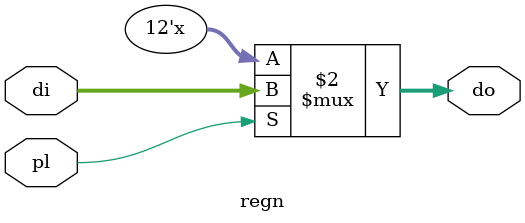
<source format=v>
`timescale 1ns / 1ps


module regn(pl,di,do);
parameter n=12;
input pl;
input [n-1:0]di;
output reg [n-1:0]do;
always@(pl or di)
begin
    if(pl)
        do<=di;
end
endmodule

</source>
